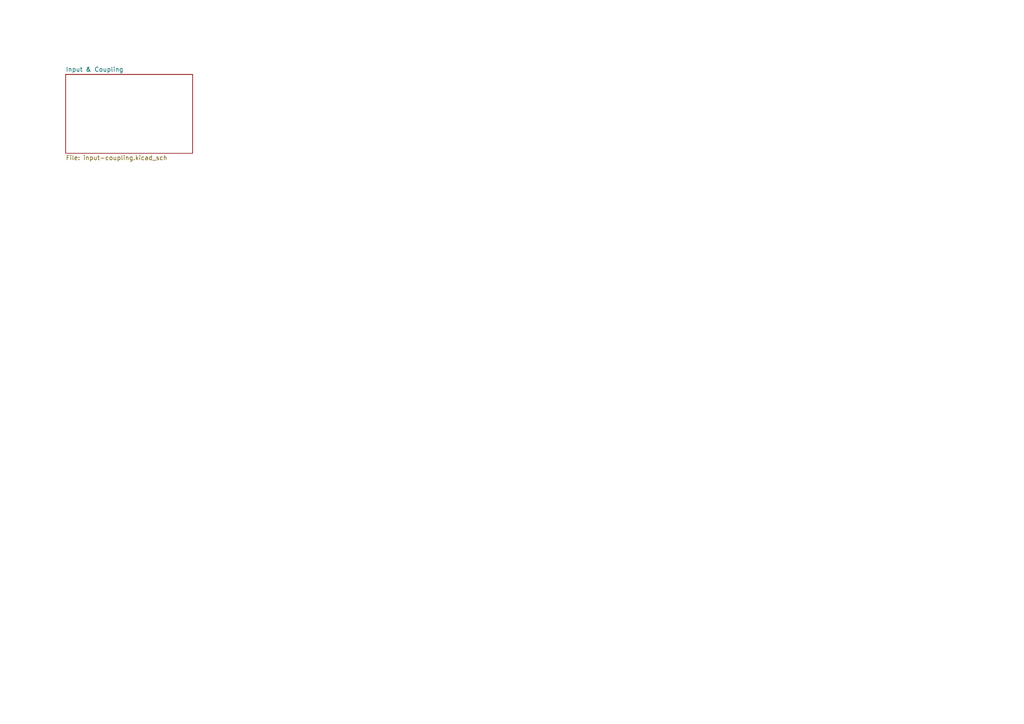
<source format=kicad_sch>
(kicad_sch (version 20230121) (generator eeschema)
  (paper "A4")
  (lib_symbols)
  (sheet (at 19.05 21.59) (size 36.83 22.86) (stroke (width 0.1524))
    (property "Sheetname" "Input & Coupling" (at 19.05 20.8784 0) (effects (justify left bottom)))
    (property "Sheetfile" "input-coupling.kicad_sch" (at 19.05 45.0346 0) (effects (justify left top)))
  )
)
</source>
